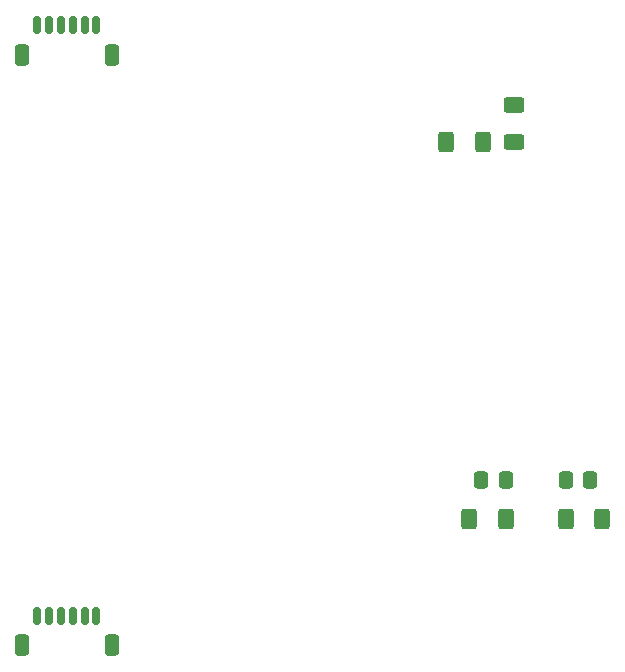
<source format=gtp>
G04 #@! TF.GenerationSoftware,KiCad,Pcbnew,9.0.1-1.fc42*
G04 #@! TF.CreationDate,2025-05-14T23:42:12-05:00*
G04 #@! TF.ProjectId,cerebellum,63657265-6265-46c6-9c75-6d2e6b696361,rev?*
G04 #@! TF.SameCoordinates,Original*
G04 #@! TF.FileFunction,Paste,Top*
G04 #@! TF.FilePolarity,Positive*
%FSLAX46Y46*%
G04 Gerber Fmt 4.6, Leading zero omitted, Abs format (unit mm)*
G04 Created by KiCad (PCBNEW 9.0.1-1.fc42) date 2025-05-14 23:42:12*
%MOMM*%
%LPD*%
G01*
G04 APERTURE LIST*
G04 Aperture macros list*
%AMRoundRect*
0 Rectangle with rounded corners*
0 $1 Rounding radius*
0 $2 $3 $4 $5 $6 $7 $8 $9 X,Y pos of 4 corners*
0 Add a 4 corners polygon primitive as box body*
4,1,4,$2,$3,$4,$5,$6,$7,$8,$9,$2,$3,0*
0 Add four circle primitives for the rounded corners*
1,1,$1+$1,$2,$3*
1,1,$1+$1,$4,$5*
1,1,$1+$1,$6,$7*
1,1,$1+$1,$8,$9*
0 Add four rect primitives between the rounded corners*
20,1,$1+$1,$2,$3,$4,$5,0*
20,1,$1+$1,$4,$5,$6,$7,0*
20,1,$1+$1,$6,$7,$8,$9,0*
20,1,$1+$1,$8,$9,$2,$3,0*%
G04 Aperture macros list end*
%ADD10RoundRect,0.250000X0.400000X0.625000X-0.400000X0.625000X-0.400000X-0.625000X0.400000X-0.625000X0*%
%ADD11RoundRect,0.250000X0.625000X-0.400000X0.625000X0.400000X-0.625000X0.400000X-0.625000X-0.400000X0*%
%ADD12RoundRect,0.250000X0.337500X0.475000X-0.337500X0.475000X-0.337500X-0.475000X0.337500X-0.475000X0*%
%ADD13RoundRect,0.150000X0.150000X0.625000X-0.150000X0.625000X-0.150000X-0.625000X0.150000X-0.625000X0*%
%ADD14RoundRect,0.250000X0.350000X0.650000X-0.350000X0.650000X-0.350000X-0.650000X0.350000X-0.650000X0*%
G04 APERTURE END LIST*
D10*
X140425000Y-87425000D03*
X137325000Y-87425000D03*
D11*
X132925000Y-55475000D03*
X132925000Y-52375000D03*
D10*
X132250000Y-87425000D03*
X129150000Y-87425000D03*
D12*
X132250000Y-84125000D03*
X130175000Y-84125000D03*
X139400000Y-84125000D03*
X137325000Y-84125000D03*
D13*
X97600000Y-45575000D03*
X96600000Y-45575000D03*
X95600000Y-45575000D03*
X94600000Y-45575000D03*
X93600000Y-45575000D03*
X92600000Y-45575000D03*
D14*
X98900000Y-48100000D03*
X91300000Y-48100000D03*
D10*
X130300000Y-55475000D03*
X127200000Y-55475000D03*
D13*
X97600000Y-95575000D03*
X96600000Y-95575000D03*
X95600000Y-95575000D03*
X94600000Y-95575000D03*
X93600000Y-95575000D03*
X92600000Y-95575000D03*
D14*
X98900000Y-98100000D03*
X91300000Y-98100000D03*
M02*

</source>
